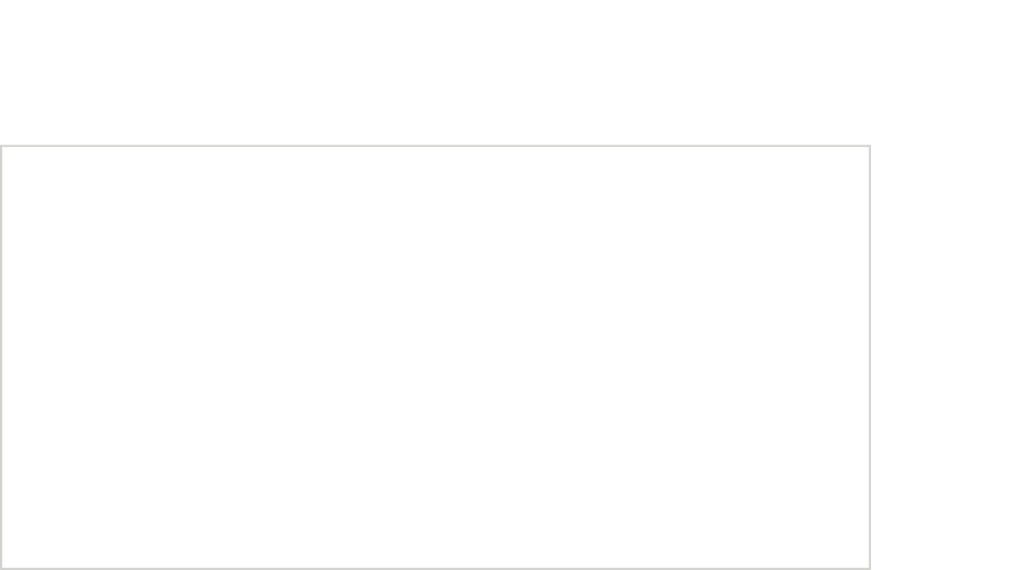
<source format=kicad_pcb>
(kicad_pcb (version 20171130) (host pcbnew "(5.1.0)-1")

  (general
    (thickness 1.6)
    (drawings 16)
    (tracks 0)
    (zones 0)
    (modules 0)
    (nets 1)
  )

  (page A4)
  (layers
    (0 F.Cu signal)
    (31 B.Cu signal)
    (32 B.Adhes user)
    (33 F.Adhes user)
    (34 B.Paste user)
    (35 F.Paste user)
    (36 B.SilkS user)
    (37 F.SilkS user)
    (38 B.Mask user)
    (39 F.Mask user)
    (40 Dwgs.User user)
    (41 Cmts.User user)
    (42 Eco1.User user)
    (43 Eco2.User user)
    (44 Edge.Cuts user)
    (45 Margin user)
    (46 B.CrtYd user)
    (47 F.CrtYd user)
    (48 B.Fab user)
    (49 F.Fab user)
  )

  (setup
    (last_trace_width 0.25)
    (trace_clearance 0.2)
    (zone_clearance 0.508)
    (zone_45_only no)
    (trace_min 0.2)
    (via_size 0.8)
    (via_drill 0.4)
    (via_min_size 0.4)
    (via_min_drill 0.3)
    (uvia_size 0.3)
    (uvia_drill 0.1)
    (uvias_allowed no)
    (uvia_min_size 0.2)
    (uvia_min_drill 0.1)
    (edge_width 0.05)
    (segment_width 0.2)
    (pcb_text_width 0.3)
    (pcb_text_size 1.5 1.5)
    (mod_edge_width 0.12)
    (mod_text_size 1 1)
    (mod_text_width 0.15)
    (pad_size 1.524 1.524)
    (pad_drill 0.762)
    (pad_to_mask_clearance 0.051)
    (solder_mask_min_width 0.25)
    (aux_axis_origin 0 0)
    (visible_elements FFFFFF7F)
    (pcbplotparams
      (layerselection 0x010fc_ffffffff)
      (usegerberextensions false)
      (usegerberattributes false)
      (usegerberadvancedattributes false)
      (creategerberjobfile false)
      (excludeedgelayer true)
      (linewidth 0.152400)
      (plotframeref false)
      (viasonmask false)
      (mode 1)
      (useauxorigin false)
      (hpglpennumber 1)
      (hpglpenspeed 20)
      (hpglpendiameter 15.000000)
      (psnegative false)
      (psa4output false)
      (plotreference true)
      (plotvalue true)
      (plotinvisibletext false)
      (padsonsilk false)
      (subtractmaskfromsilk false)
      (outputformat 1)
      (mirror false)
      (drillshape 1)
      (scaleselection 1)
      (outputdirectory ""))
  )

  (net 0 "")

  (net_class Default "This is the default net class."
    (clearance 0.2)
    (trace_width 0.25)
    (via_dia 0.8)
    (via_drill 0.4)
    (uvia_dia 0.3)
    (uvia_drill 0.1)
  )

  (gr_line (start 98.93 89.335) (end 98.93 127.835001) (layer Edge.Cuts) (width 0.2))
  (gr_line (start 98.93 127.835001) (end 177.93 127.835) (layer Edge.Cuts) (width 0.2))
  (gr_line (start 177.93 127.835) (end 177.93 89.335) (layer Edge.Cuts) (width 0.2))
  (gr_line (start 177.93 89.335) (end 98.93 89.335) (layer Edge.Cuts) (width 0.2))
  (gr_text [1.52] (at 187.93 99.974462) (layer Dwgs.User)
    (effects (font (size 1.7 1.53) (thickness 0.2125)))
  )
  (gr_text " 38.50" (at 187.93 96.416447) (layer Dwgs.User)
    (effects (font (size 1.7 1.53) (thickness 0.2125)))
  )
  (gr_line (start 187.93 91.335) (end 187.93 94.526985) (layer Dwgs.User) (width 0.2))
  (gr_line (start 187.93 125.835) (end 187.93 101.643016) (layer Dwgs.User) (width 0.2))
  (gr_line (start 178.93 89.335) (end 191.105 89.335) (layer Dwgs.User) (width 0.2))
  (gr_line (start 178.93 127.835) (end 191.105 127.835) (layer Dwgs.User) (width 0.2))
  (gr_text [3.11] (at 138.43 81.224462) (layer Dwgs.User)
    (effects (font (size 1.7 1.53) (thickness 0.2125)))
  )
  (gr_text " 79.00" (at 138.43 77.667026) (layer Dwgs.User)
    (effects (font (size 1.7 1.53) (thickness 0.2125)))
  )
  (gr_line (start 100.93 79.335) (end 134.385388 79.335) (layer Dwgs.User) (width 0.2))
  (gr_line (start 175.93 79.335) (end 142.474611 79.335) (layer Dwgs.User) (width 0.2))
  (gr_line (start 98.93 88.335001) (end 98.93 76.16) (layer Dwgs.User) (width 0.2))
  (gr_line (start 177.93 88.335001) (end 177.93 76.16) (layer Dwgs.User) (width 0.2))

)

</source>
